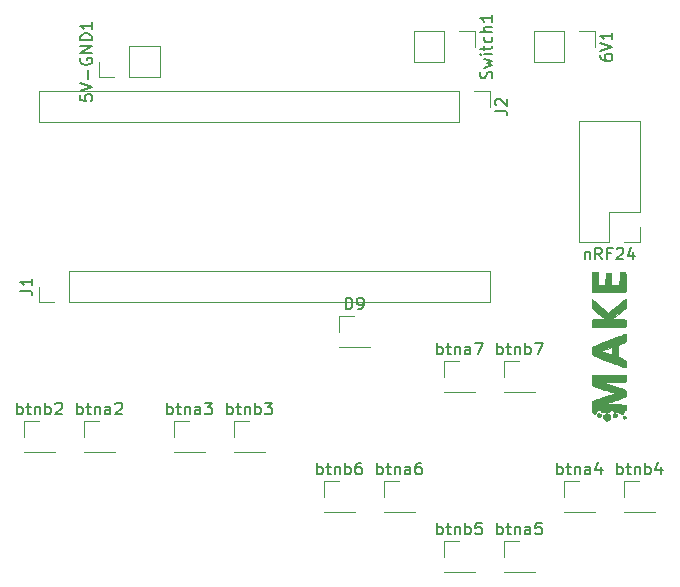
<source format=gbr>
G04 #@! TF.FileFunction,Legend,Top*
%FSLAX46Y46*%
G04 Gerber Fmt 4.6, Leading zero omitted, Abs format (unit mm)*
G04 Created by KiCad (PCBNEW 4.0.7) date 02/27/18 11:15:34*
%MOMM*%
%LPD*%
G01*
G04 APERTURE LIST*
%ADD10C,0.100000*%
%ADD11C,0.120000*%
%ADD12C,0.010000*%
%ADD13C,0.150000*%
G04 APERTURE END LIST*
D10*
D11*
X201870000Y-54550000D02*
X201870000Y-57210000D01*
X204470000Y-54550000D02*
X201870000Y-54550000D01*
X204470000Y-57210000D02*
X201870000Y-57210000D01*
X204470000Y-54550000D02*
X204470000Y-57210000D01*
X205740000Y-54550000D02*
X207070000Y-54550000D01*
X207070000Y-54550000D02*
X207070000Y-55880000D01*
X198180000Y-77530000D02*
X198180000Y-74870000D01*
X162560000Y-77530000D02*
X198180000Y-77530000D01*
X162560000Y-74870000D02*
X198180000Y-74870000D01*
X162560000Y-77530000D02*
X162560000Y-74870000D01*
X161290000Y-77530000D02*
X159960000Y-77530000D01*
X159960000Y-77530000D02*
X159960000Y-76200000D01*
X159960000Y-59630000D02*
X159960000Y-62290000D01*
X195580000Y-59630000D02*
X159960000Y-59630000D01*
X195580000Y-62290000D02*
X159960000Y-62290000D01*
X195580000Y-59630000D02*
X195580000Y-62290000D01*
X196850000Y-59630000D02*
X198180000Y-59630000D01*
X198180000Y-59630000D02*
X198180000Y-60960000D01*
X210880000Y-62170000D02*
X205680000Y-62170000D01*
X210880000Y-69850000D02*
X210880000Y-62170000D01*
X205680000Y-72450000D02*
X205680000Y-62170000D01*
X210880000Y-69850000D02*
X208280000Y-69850000D01*
X208280000Y-69850000D02*
X208280000Y-72450000D01*
X208280000Y-72450000D02*
X205680000Y-72450000D01*
X210880000Y-71120000D02*
X210880000Y-72450000D01*
X210880000Y-72450000D02*
X209550000Y-72450000D01*
X191710000Y-54550000D02*
X191710000Y-57210000D01*
X194310000Y-54550000D02*
X191710000Y-54550000D01*
X194310000Y-57210000D02*
X191710000Y-57210000D01*
X194310000Y-54550000D02*
X194310000Y-57210000D01*
X195580000Y-54550000D02*
X196910000Y-54550000D01*
X196910000Y-54550000D02*
X196910000Y-55880000D01*
X185360000Y-81340000D02*
X188020000Y-81340000D01*
X185360000Y-81280000D02*
X185360000Y-81340000D01*
X188020000Y-81280000D02*
X188020000Y-81340000D01*
X185360000Y-81280000D02*
X188020000Y-81280000D01*
X185360000Y-80010000D02*
X185360000Y-78680000D01*
X185360000Y-78680000D02*
X186690000Y-78680000D01*
X170240000Y-58480000D02*
X170240000Y-55820000D01*
X167640000Y-58480000D02*
X170240000Y-58480000D01*
X167640000Y-55820000D02*
X170240000Y-55820000D01*
X167640000Y-58480000D02*
X167640000Y-55820000D01*
X166370000Y-58480000D02*
X165040000Y-58480000D01*
X165040000Y-58480000D02*
X165040000Y-57150000D01*
X163770000Y-90230000D02*
X166430000Y-90230000D01*
X163770000Y-90170000D02*
X163770000Y-90230000D01*
X166430000Y-90170000D02*
X166430000Y-90230000D01*
X163770000Y-90170000D02*
X166430000Y-90170000D01*
X163770000Y-88900000D02*
X163770000Y-87570000D01*
X163770000Y-87570000D02*
X165100000Y-87570000D01*
X171390000Y-90230000D02*
X174050000Y-90230000D01*
X171390000Y-90170000D02*
X171390000Y-90230000D01*
X174050000Y-90170000D02*
X174050000Y-90230000D01*
X171390000Y-90170000D02*
X174050000Y-90170000D01*
X171390000Y-88900000D02*
X171390000Y-87570000D01*
X171390000Y-87570000D02*
X172720000Y-87570000D01*
X204410000Y-95310000D02*
X207070000Y-95310000D01*
X204410000Y-95250000D02*
X204410000Y-95310000D01*
X207070000Y-95250000D02*
X207070000Y-95310000D01*
X204410000Y-95250000D02*
X207070000Y-95250000D01*
X204410000Y-93980000D02*
X204410000Y-92650000D01*
X204410000Y-92650000D02*
X205740000Y-92650000D01*
X199330000Y-100390000D02*
X201990000Y-100390000D01*
X199330000Y-100330000D02*
X199330000Y-100390000D01*
X201990000Y-100330000D02*
X201990000Y-100390000D01*
X199330000Y-100330000D02*
X201990000Y-100330000D01*
X199330000Y-99060000D02*
X199330000Y-97730000D01*
X199330000Y-97730000D02*
X200660000Y-97730000D01*
X189170000Y-95310000D02*
X191830000Y-95310000D01*
X189170000Y-95250000D02*
X189170000Y-95310000D01*
X191830000Y-95250000D02*
X191830000Y-95310000D01*
X189170000Y-95250000D02*
X191830000Y-95250000D01*
X189170000Y-93980000D02*
X189170000Y-92650000D01*
X189170000Y-92650000D02*
X190500000Y-92650000D01*
X194250000Y-85150000D02*
X196910000Y-85150000D01*
X194250000Y-85090000D02*
X194250000Y-85150000D01*
X196910000Y-85090000D02*
X196910000Y-85150000D01*
X194250000Y-85090000D02*
X196910000Y-85090000D01*
X194250000Y-83820000D02*
X194250000Y-82490000D01*
X194250000Y-82490000D02*
X195580000Y-82490000D01*
X158690000Y-90230000D02*
X161350000Y-90230000D01*
X158690000Y-90170000D02*
X158690000Y-90230000D01*
X161350000Y-90170000D02*
X161350000Y-90230000D01*
X158690000Y-90170000D02*
X161350000Y-90170000D01*
X158690000Y-88900000D02*
X158690000Y-87570000D01*
X158690000Y-87570000D02*
X160020000Y-87570000D01*
X176470000Y-90230000D02*
X179130000Y-90230000D01*
X176470000Y-90170000D02*
X176470000Y-90230000D01*
X179130000Y-90170000D02*
X179130000Y-90230000D01*
X176470000Y-90170000D02*
X179130000Y-90170000D01*
X176470000Y-88900000D02*
X176470000Y-87570000D01*
X176470000Y-87570000D02*
X177800000Y-87570000D01*
X209490000Y-95310000D02*
X212150000Y-95310000D01*
X209490000Y-95250000D02*
X209490000Y-95310000D01*
X212150000Y-95250000D02*
X212150000Y-95310000D01*
X209490000Y-95250000D02*
X212150000Y-95250000D01*
X209490000Y-93980000D02*
X209490000Y-92650000D01*
X209490000Y-92650000D02*
X210820000Y-92650000D01*
X194250000Y-100390000D02*
X196910000Y-100390000D01*
X194250000Y-100330000D02*
X194250000Y-100390000D01*
X196910000Y-100330000D02*
X196910000Y-100390000D01*
X194250000Y-100330000D02*
X196910000Y-100330000D01*
X194250000Y-99060000D02*
X194250000Y-97730000D01*
X194250000Y-97730000D02*
X195580000Y-97730000D01*
X184090000Y-95310000D02*
X186750000Y-95310000D01*
X184090000Y-95250000D02*
X184090000Y-95310000D01*
X186750000Y-95250000D02*
X186750000Y-95310000D01*
X184090000Y-95250000D02*
X186750000Y-95250000D01*
X184090000Y-93980000D02*
X184090000Y-92650000D01*
X184090000Y-92650000D02*
X185420000Y-92650000D01*
X199330000Y-85150000D02*
X201990000Y-85150000D01*
X199330000Y-85090000D02*
X199330000Y-85150000D01*
X201990000Y-85090000D02*
X201990000Y-85150000D01*
X199330000Y-85090000D02*
X201990000Y-85090000D01*
X199330000Y-83820000D02*
X199330000Y-82490000D01*
X199330000Y-82490000D02*
X200660000Y-82490000D01*
D12*
G36*
X209415512Y-87217806D02*
X209418838Y-87209891D01*
X209469480Y-87149590D01*
X209539772Y-87132006D01*
X209614743Y-87158580D01*
X209665843Y-87217158D01*
X209672624Y-87287668D01*
X209634205Y-87355699D01*
X209627223Y-87362374D01*
X209561899Y-87394254D01*
X209495427Y-87386489D01*
X209440446Y-87348327D01*
X209409595Y-87289017D01*
X209415512Y-87217806D01*
X209415512Y-87217806D01*
G37*
X209415512Y-87217806D02*
X209418838Y-87209891D01*
X209469480Y-87149590D01*
X209539772Y-87132006D01*
X209614743Y-87158580D01*
X209665843Y-87217158D01*
X209672624Y-87287668D01*
X209634205Y-87355699D01*
X209627223Y-87362374D01*
X209561899Y-87394254D01*
X209495427Y-87386489D01*
X209440446Y-87348327D01*
X209409595Y-87289017D01*
X209415512Y-87217806D01*
G36*
X206834175Y-86096616D02*
X206837709Y-85985576D01*
X206843241Y-85904402D01*
X206850846Y-85863088D01*
X206851638Y-85861659D01*
X206879255Y-85848044D01*
X206950118Y-85821268D01*
X207058921Y-85783113D01*
X207200359Y-85735365D01*
X207369126Y-85679806D01*
X207559915Y-85618221D01*
X207767422Y-85552394D01*
X207829372Y-85532951D01*
X208038883Y-85466792D01*
X208231648Y-85404826D01*
X208402634Y-85348755D01*
X208546806Y-85300279D01*
X208659132Y-85261100D01*
X208734579Y-85232916D01*
X208768112Y-85217430D01*
X208769172Y-85215437D01*
X208741345Y-85204223D01*
X208670430Y-85179756D01*
X208561869Y-85143801D01*
X208421104Y-85098122D01*
X208253575Y-85044483D01*
X208064725Y-84984648D01*
X207859996Y-84920382D01*
X207835500Y-84912730D01*
X207627996Y-84847699D01*
X207434624Y-84786612D01*
X207261028Y-84731289D01*
X207112850Y-84683549D01*
X206995737Y-84645212D01*
X206915330Y-84618097D01*
X206877276Y-84604024D01*
X206876081Y-84603438D01*
X206860101Y-84591015D01*
X206848616Y-84568466D01*
X206841065Y-84528629D01*
X206836885Y-84464337D01*
X206835517Y-84368429D01*
X206836398Y-84233738D01*
X206837981Y-84117253D01*
X206844900Y-83654900D01*
X208240265Y-83648331D01*
X208554894Y-83647079D01*
X208822097Y-83646558D01*
X209045242Y-83646830D01*
X209227697Y-83647954D01*
X209372833Y-83649991D01*
X209484016Y-83653001D01*
X209564617Y-83657046D01*
X209618005Y-83662185D01*
X209647547Y-83668479D01*
X209655926Y-83673731D01*
X209665500Y-83714224D01*
X209671949Y-83791062D01*
X209675263Y-83889903D01*
X209675434Y-83996403D01*
X209672454Y-84096219D01*
X209666314Y-84175008D01*
X209657006Y-84218425D01*
X209656249Y-84219748D01*
X209638537Y-84228271D01*
X209594703Y-84235461D01*
X209521104Y-84241453D01*
X209414094Y-84246387D01*
X209270029Y-84250400D01*
X209085264Y-84253629D01*
X208856154Y-84256211D01*
X208646988Y-84257848D01*
X207657700Y-84264500D01*
X208641433Y-84589056D01*
X208906450Y-84677067D01*
X209125880Y-84751269D01*
X209302700Y-84812760D01*
X209439884Y-84862642D01*
X209540411Y-84902012D01*
X209607255Y-84931971D01*
X209643394Y-84953617D01*
X209651083Y-84962036D01*
X209665243Y-85015147D01*
X209673821Y-85101077D01*
X209676978Y-85205034D01*
X209674873Y-85312227D01*
X209667668Y-85407867D01*
X209655521Y-85477161D01*
X209645250Y-85500826D01*
X209614785Y-85517066D01*
X209541228Y-85546754D01*
X209429917Y-85588010D01*
X209286191Y-85638950D01*
X209115390Y-85697694D01*
X208922852Y-85762362D01*
X208713917Y-85831070D01*
X208640360Y-85854931D01*
X207667220Y-86169500D01*
X208638125Y-86176156D01*
X208923876Y-86178763D01*
X209160092Y-86182348D01*
X209348030Y-86186957D01*
X209488947Y-86192632D01*
X209584100Y-86199416D01*
X209634746Y-86207355D01*
X209643015Y-86211016D01*
X209663441Y-86253746D01*
X209674547Y-86341860D01*
X209677000Y-86439311D01*
X209675739Y-86540064D01*
X209670376Y-86600184D01*
X209658536Y-86629808D01*
X209637844Y-86639074D01*
X209630136Y-86639400D01*
X209567847Y-86662246D01*
X209520387Y-86720765D01*
X209499395Y-86799932D01*
X209499200Y-86808423D01*
X209477192Y-86889155D01*
X209421201Y-86955592D01*
X209346274Y-86992148D01*
X209319064Y-86995000D01*
X209243578Y-86978495D01*
X209180230Y-86937161D01*
X209145788Y-86883274D01*
X209143600Y-86866560D01*
X209139595Y-86843525D01*
X209121299Y-86829015D01*
X209079288Y-86821086D01*
X209004138Y-86817798D01*
X208904066Y-86817200D01*
X208792321Y-86816458D01*
X208721526Y-86812784D01*
X208681836Y-86804008D01*
X208663408Y-86787959D01*
X208656416Y-86762599D01*
X208631131Y-86710094D01*
X208581098Y-86658043D01*
X208578501Y-86656078D01*
X208497547Y-86621928D01*
X208417380Y-86636757D01*
X208343374Y-86698950D01*
X208318261Y-86734227D01*
X208267300Y-86815244D01*
X207930750Y-86816222D01*
X207792328Y-86815860D01*
X207697101Y-86813252D01*
X207637479Y-86807537D01*
X207605875Y-86797851D01*
X207594702Y-86783331D01*
X207594199Y-86777946D01*
X207572560Y-86721819D01*
X207519054Y-86666443D01*
X207450805Y-86626024D01*
X207396582Y-86614000D01*
X207314390Y-86638252D01*
X207244198Y-86707198D01*
X207191718Y-86815121D01*
X207189824Y-86820926D01*
X207143680Y-86899428D01*
X207074232Y-86946032D01*
X206994964Y-86958701D01*
X206919358Y-86935398D01*
X206860897Y-86874086D01*
X206859144Y-86870886D01*
X206850771Y-86830540D01*
X206843877Y-86750120D01*
X206838535Y-86639618D01*
X206834819Y-86509025D01*
X206832805Y-86368332D01*
X206832565Y-86227532D01*
X206834175Y-86096616D01*
X206834175Y-86096616D01*
G37*
X206834175Y-86096616D02*
X206837709Y-85985576D01*
X206843241Y-85904402D01*
X206850846Y-85863088D01*
X206851638Y-85861659D01*
X206879255Y-85848044D01*
X206950118Y-85821268D01*
X207058921Y-85783113D01*
X207200359Y-85735365D01*
X207369126Y-85679806D01*
X207559915Y-85618221D01*
X207767422Y-85552394D01*
X207829372Y-85532951D01*
X208038883Y-85466792D01*
X208231648Y-85404826D01*
X208402634Y-85348755D01*
X208546806Y-85300279D01*
X208659132Y-85261100D01*
X208734579Y-85232916D01*
X208768112Y-85217430D01*
X208769172Y-85215437D01*
X208741345Y-85204223D01*
X208670430Y-85179756D01*
X208561869Y-85143801D01*
X208421104Y-85098122D01*
X208253575Y-85044483D01*
X208064725Y-84984648D01*
X207859996Y-84920382D01*
X207835500Y-84912730D01*
X207627996Y-84847699D01*
X207434624Y-84786612D01*
X207261028Y-84731289D01*
X207112850Y-84683549D01*
X206995737Y-84645212D01*
X206915330Y-84618097D01*
X206877276Y-84604024D01*
X206876081Y-84603438D01*
X206860101Y-84591015D01*
X206848616Y-84568466D01*
X206841065Y-84528629D01*
X206836885Y-84464337D01*
X206835517Y-84368429D01*
X206836398Y-84233738D01*
X206837981Y-84117253D01*
X206844900Y-83654900D01*
X208240265Y-83648331D01*
X208554894Y-83647079D01*
X208822097Y-83646558D01*
X209045242Y-83646830D01*
X209227697Y-83647954D01*
X209372833Y-83649991D01*
X209484016Y-83653001D01*
X209564617Y-83657046D01*
X209618005Y-83662185D01*
X209647547Y-83668479D01*
X209655926Y-83673731D01*
X209665500Y-83714224D01*
X209671949Y-83791062D01*
X209675263Y-83889903D01*
X209675434Y-83996403D01*
X209672454Y-84096219D01*
X209666314Y-84175008D01*
X209657006Y-84218425D01*
X209656249Y-84219748D01*
X209638537Y-84228271D01*
X209594703Y-84235461D01*
X209521104Y-84241453D01*
X209414094Y-84246387D01*
X209270029Y-84250400D01*
X209085264Y-84253629D01*
X208856154Y-84256211D01*
X208646988Y-84257848D01*
X207657700Y-84264500D01*
X208641433Y-84589056D01*
X208906450Y-84677067D01*
X209125880Y-84751269D01*
X209302700Y-84812760D01*
X209439884Y-84862642D01*
X209540411Y-84902012D01*
X209607255Y-84931971D01*
X209643394Y-84953617D01*
X209651083Y-84962036D01*
X209665243Y-85015147D01*
X209673821Y-85101077D01*
X209676978Y-85205034D01*
X209674873Y-85312227D01*
X209667668Y-85407867D01*
X209655521Y-85477161D01*
X209645250Y-85500826D01*
X209614785Y-85517066D01*
X209541228Y-85546754D01*
X209429917Y-85588010D01*
X209286191Y-85638950D01*
X209115390Y-85697694D01*
X208922852Y-85762362D01*
X208713917Y-85831070D01*
X208640360Y-85854931D01*
X207667220Y-86169500D01*
X208638125Y-86176156D01*
X208923876Y-86178763D01*
X209160092Y-86182348D01*
X209348030Y-86186957D01*
X209488947Y-86192632D01*
X209584100Y-86199416D01*
X209634746Y-86207355D01*
X209643015Y-86211016D01*
X209663441Y-86253746D01*
X209674547Y-86341860D01*
X209677000Y-86439311D01*
X209675739Y-86540064D01*
X209670376Y-86600184D01*
X209658536Y-86629808D01*
X209637844Y-86639074D01*
X209630136Y-86639400D01*
X209567847Y-86662246D01*
X209520387Y-86720765D01*
X209499395Y-86799932D01*
X209499200Y-86808423D01*
X209477192Y-86889155D01*
X209421201Y-86955592D01*
X209346274Y-86992148D01*
X209319064Y-86995000D01*
X209243578Y-86978495D01*
X209180230Y-86937161D01*
X209145788Y-86883274D01*
X209143600Y-86866560D01*
X209139595Y-86843525D01*
X209121299Y-86829015D01*
X209079288Y-86821086D01*
X209004138Y-86817798D01*
X208904066Y-86817200D01*
X208792321Y-86816458D01*
X208721526Y-86812784D01*
X208681836Y-86804008D01*
X208663408Y-86787959D01*
X208656416Y-86762599D01*
X208631131Y-86710094D01*
X208581098Y-86658043D01*
X208578501Y-86656078D01*
X208497547Y-86621928D01*
X208417380Y-86636757D01*
X208343374Y-86698950D01*
X208318261Y-86734227D01*
X208267300Y-86815244D01*
X207930750Y-86816222D01*
X207792328Y-86815860D01*
X207697101Y-86813252D01*
X207637479Y-86807537D01*
X207605875Y-86797851D01*
X207594702Y-86783331D01*
X207594199Y-86777946D01*
X207572560Y-86721819D01*
X207519054Y-86666443D01*
X207450805Y-86626024D01*
X207396582Y-86614000D01*
X207314390Y-86638252D01*
X207244198Y-86707198D01*
X207191718Y-86815121D01*
X207189824Y-86820926D01*
X207143680Y-86899428D01*
X207074232Y-86946032D01*
X206994964Y-86958701D01*
X206919358Y-86935398D01*
X206860897Y-86874086D01*
X206859144Y-86870886D01*
X206850771Y-86830540D01*
X206843877Y-86750120D01*
X206838535Y-86639618D01*
X206834819Y-86509025D01*
X206832805Y-86368332D01*
X206832565Y-86227532D01*
X206834175Y-86096616D01*
G36*
X206832663Y-81548933D02*
X206837619Y-81441152D01*
X206845783Y-81353777D01*
X206857071Y-81298654D01*
X206863949Y-81286818D01*
X206895619Y-81271099D01*
X206968829Y-81239642D01*
X207078504Y-81194418D01*
X207219567Y-81137397D01*
X207386945Y-81070551D01*
X207575562Y-80995849D01*
X207780342Y-80915262D01*
X207996210Y-80830762D01*
X208218092Y-80744318D01*
X208440911Y-80657902D01*
X208659592Y-80573483D01*
X208869061Y-80493033D01*
X209064242Y-80418522D01*
X209240060Y-80351921D01*
X209391438Y-80295200D01*
X209513303Y-80250330D01*
X209600579Y-80219282D01*
X209648191Y-80204027D01*
X209655500Y-80202911D01*
X209663893Y-80232075D01*
X209670752Y-80301556D01*
X209675360Y-80400878D01*
X209677000Y-80516686D01*
X209675801Y-80650771D01*
X209671385Y-80743831D01*
X209662517Y-80805602D01*
X209647965Y-80845820D01*
X209632550Y-80867731D01*
X209591298Y-80896504D01*
X209513596Y-80935698D01*
X209411227Y-80979794D01*
X209314763Y-81016595D01*
X209041426Y-81114900D01*
X209048063Y-81647297D01*
X209054700Y-82179693D01*
X209330899Y-82283804D01*
X209443932Y-82329298D01*
X209541114Y-82373767D01*
X209611319Y-82411779D01*
X209642049Y-82435712D01*
X209658070Y-82481566D01*
X209669598Y-82560948D01*
X209676570Y-82661454D01*
X209678926Y-82770680D01*
X209676604Y-82876225D01*
X209669543Y-82965683D01*
X209657682Y-83026652D01*
X209645066Y-83046449D01*
X209617948Y-83039187D01*
X209548619Y-83015397D01*
X209442186Y-82977035D01*
X209303756Y-82926058D01*
X209138436Y-82864420D01*
X208951332Y-82794078D01*
X208747551Y-82716989D01*
X208532202Y-82635108D01*
X208489550Y-82618818D01*
X208489550Y-81965999D01*
X208496650Y-81942099D01*
X208502548Y-81876860D01*
X208506698Y-81779739D01*
X208508552Y-81660192D01*
X208508600Y-81636921D01*
X208508600Y-81308041D01*
X208073623Y-81459636D01*
X207931981Y-81509401D01*
X207805608Y-81554554D01*
X207702903Y-81592036D01*
X207632268Y-81618783D01*
X207603061Y-81631146D01*
X207612122Y-81646600D01*
X207668239Y-81675665D01*
X207769727Y-81717622D01*
X207914905Y-81771754D01*
X208018987Y-81808629D01*
X208161723Y-81858093D01*
X208287942Y-81901173D01*
X208389835Y-81935258D01*
X208459595Y-81957736D01*
X208489411Y-81965996D01*
X208489550Y-81965999D01*
X208489550Y-82618818D01*
X208310389Y-82550390D01*
X208087221Y-82464793D01*
X207867804Y-82380271D01*
X207657245Y-82298782D01*
X207460652Y-82222281D01*
X207283130Y-82152724D01*
X207129787Y-82092066D01*
X207005730Y-82042265D01*
X206916066Y-82005275D01*
X206865901Y-81983054D01*
X206858989Y-81979359D01*
X206846628Y-81947222D01*
X206837899Y-81876265D01*
X206832719Y-81778335D01*
X206831002Y-81665276D01*
X206832663Y-81548933D01*
X206832663Y-81548933D01*
G37*
X206832663Y-81548933D02*
X206837619Y-81441152D01*
X206845783Y-81353777D01*
X206857071Y-81298654D01*
X206863949Y-81286818D01*
X206895619Y-81271099D01*
X206968829Y-81239642D01*
X207078504Y-81194418D01*
X207219567Y-81137397D01*
X207386945Y-81070551D01*
X207575562Y-80995849D01*
X207780342Y-80915262D01*
X207996210Y-80830762D01*
X208218092Y-80744318D01*
X208440911Y-80657902D01*
X208659592Y-80573483D01*
X208869061Y-80493033D01*
X209064242Y-80418522D01*
X209240060Y-80351921D01*
X209391438Y-80295200D01*
X209513303Y-80250330D01*
X209600579Y-80219282D01*
X209648191Y-80204027D01*
X209655500Y-80202911D01*
X209663893Y-80232075D01*
X209670752Y-80301556D01*
X209675360Y-80400878D01*
X209677000Y-80516686D01*
X209675801Y-80650771D01*
X209671385Y-80743831D01*
X209662517Y-80805602D01*
X209647965Y-80845820D01*
X209632550Y-80867731D01*
X209591298Y-80896504D01*
X209513596Y-80935698D01*
X209411227Y-80979794D01*
X209314763Y-81016595D01*
X209041426Y-81114900D01*
X209048063Y-81647297D01*
X209054700Y-82179693D01*
X209330899Y-82283804D01*
X209443932Y-82329298D01*
X209541114Y-82373767D01*
X209611319Y-82411779D01*
X209642049Y-82435712D01*
X209658070Y-82481566D01*
X209669598Y-82560948D01*
X209676570Y-82661454D01*
X209678926Y-82770680D01*
X209676604Y-82876225D01*
X209669543Y-82965683D01*
X209657682Y-83026652D01*
X209645066Y-83046449D01*
X209617948Y-83039187D01*
X209548619Y-83015397D01*
X209442186Y-82977035D01*
X209303756Y-82926058D01*
X209138436Y-82864420D01*
X208951332Y-82794078D01*
X208747551Y-82716989D01*
X208532202Y-82635108D01*
X208489550Y-82618818D01*
X208489550Y-81965999D01*
X208496650Y-81942099D01*
X208502548Y-81876860D01*
X208506698Y-81779739D01*
X208508552Y-81660192D01*
X208508600Y-81636921D01*
X208508600Y-81308041D01*
X208073623Y-81459636D01*
X207931981Y-81509401D01*
X207805608Y-81554554D01*
X207702903Y-81592036D01*
X207632268Y-81618783D01*
X207603061Y-81631146D01*
X207612122Y-81646600D01*
X207668239Y-81675665D01*
X207769727Y-81717622D01*
X207914905Y-81771754D01*
X208018987Y-81808629D01*
X208161723Y-81858093D01*
X208287942Y-81901173D01*
X208389835Y-81935258D01*
X208459595Y-81957736D01*
X208489411Y-81965996D01*
X208489550Y-81965999D01*
X208489550Y-82618818D01*
X208310389Y-82550390D01*
X208087221Y-82464793D01*
X207867804Y-82380271D01*
X207657245Y-82298782D01*
X207460652Y-82222281D01*
X207283130Y-82152724D01*
X207129787Y-82092066D01*
X207005730Y-82042265D01*
X206916066Y-82005275D01*
X206865901Y-81983054D01*
X206858989Y-81979359D01*
X206846628Y-81947222D01*
X206837899Y-81876265D01*
X206832719Y-81778335D01*
X206831002Y-81665276D01*
X206832663Y-81548933D01*
G36*
X206832701Y-79178379D02*
X206834065Y-79081235D01*
X206836085Y-79014733D01*
X206838550Y-78988954D01*
X206864658Y-78986810D01*
X206933993Y-78983697D01*
X207038996Y-78979884D01*
X207172107Y-78975639D01*
X207325769Y-78971230D01*
X207375143Y-78969904D01*
X207905386Y-78955900D01*
X207384427Y-78518317D01*
X207245250Y-78400415D01*
X207118923Y-78291491D01*
X207010729Y-78196253D01*
X206925947Y-78119409D01*
X206869857Y-78065664D01*
X206847834Y-78039989D01*
X206840963Y-77998030D01*
X206836153Y-77920653D01*
X206833322Y-77818631D01*
X206832390Y-77702736D01*
X206833278Y-77583740D01*
X206835903Y-77472416D01*
X206840187Y-77379537D01*
X206846048Y-77315874D01*
X206853406Y-77292201D01*
X206853420Y-77292200D01*
X206876951Y-77308321D01*
X206934033Y-77354089D01*
X207020062Y-77425616D01*
X207130432Y-77519013D01*
X207260538Y-77630392D01*
X207405775Y-77755863D01*
X207515130Y-77851000D01*
X207668131Y-77984024D01*
X207809084Y-78105685D01*
X207933414Y-78212105D01*
X208036547Y-78299402D01*
X208113906Y-78363696D01*
X208160915Y-78401108D01*
X208173360Y-78409223D01*
X208196458Y-78393611D01*
X208254394Y-78349431D01*
X208342669Y-78280255D01*
X208456782Y-78189657D01*
X208592232Y-78081209D01*
X208744521Y-77958484D01*
X208909146Y-77825056D01*
X208910003Y-77824360D01*
X209074751Y-77691371D01*
X209227511Y-77569808D01*
X209363752Y-77463142D01*
X209478941Y-77374846D01*
X209568549Y-77308393D01*
X209628046Y-77267256D01*
X209652899Y-77254906D01*
X209652953Y-77254937D01*
X209661634Y-77284452D01*
X209668902Y-77355400D01*
X209674157Y-77458418D01*
X209676802Y-77584146D01*
X209677000Y-77630948D01*
X209675754Y-77784979D01*
X209671523Y-77896260D01*
X209663563Y-77972790D01*
X209651133Y-78022571D01*
X209638350Y-78047277D01*
X209608518Y-78077019D01*
X209543962Y-78132949D01*
X209450348Y-78210443D01*
X209333341Y-78304877D01*
X209198608Y-78411628D01*
X209051815Y-78526074D01*
X209047800Y-78529178D01*
X208495900Y-78955900D01*
X209052708Y-78962758D01*
X209260225Y-78966618D01*
X209425527Y-78972497D01*
X209546312Y-78980257D01*
X209620278Y-78989764D01*
X209643258Y-78997618D01*
X209659959Y-79029741D01*
X209670674Y-79096959D01*
X209676055Y-79205121D01*
X209677000Y-79301017D01*
X209676121Y-79424047D01*
X209672433Y-79505989D01*
X209664357Y-79556539D01*
X209650313Y-79585393D01*
X209628722Y-79602247D01*
X209627869Y-79602707D01*
X209594317Y-79607406D01*
X209515767Y-79611728D01*
X209398021Y-79615649D01*
X209246881Y-79619147D01*
X209068149Y-79622198D01*
X208867625Y-79624779D01*
X208651111Y-79626869D01*
X208424409Y-79628443D01*
X208193320Y-79629478D01*
X207963646Y-79629953D01*
X207741188Y-79629844D01*
X207531748Y-79629128D01*
X207341127Y-79627783D01*
X207175126Y-79625785D01*
X207039548Y-79623111D01*
X206940193Y-79619739D01*
X206882864Y-79615645D01*
X206872377Y-79613583D01*
X206854905Y-79599179D01*
X206843213Y-79566281D01*
X206836241Y-79506516D01*
X206832929Y-79411510D01*
X206832200Y-79296083D01*
X206832701Y-79178379D01*
X206832701Y-79178379D01*
G37*
X206832701Y-79178379D02*
X206834065Y-79081235D01*
X206836085Y-79014733D01*
X206838550Y-78988954D01*
X206864658Y-78986810D01*
X206933993Y-78983697D01*
X207038996Y-78979884D01*
X207172107Y-78975639D01*
X207325769Y-78971230D01*
X207375143Y-78969904D01*
X207905386Y-78955900D01*
X207384427Y-78518317D01*
X207245250Y-78400415D01*
X207118923Y-78291491D01*
X207010729Y-78196253D01*
X206925947Y-78119409D01*
X206869857Y-78065664D01*
X206847834Y-78039989D01*
X206840963Y-77998030D01*
X206836153Y-77920653D01*
X206833322Y-77818631D01*
X206832390Y-77702736D01*
X206833278Y-77583740D01*
X206835903Y-77472416D01*
X206840187Y-77379537D01*
X206846048Y-77315874D01*
X206853406Y-77292201D01*
X206853420Y-77292200D01*
X206876951Y-77308321D01*
X206934033Y-77354089D01*
X207020062Y-77425616D01*
X207130432Y-77519013D01*
X207260538Y-77630392D01*
X207405775Y-77755863D01*
X207515130Y-77851000D01*
X207668131Y-77984024D01*
X207809084Y-78105685D01*
X207933414Y-78212105D01*
X208036547Y-78299402D01*
X208113906Y-78363696D01*
X208160915Y-78401108D01*
X208173360Y-78409223D01*
X208196458Y-78393611D01*
X208254394Y-78349431D01*
X208342669Y-78280255D01*
X208456782Y-78189657D01*
X208592232Y-78081209D01*
X208744521Y-77958484D01*
X208909146Y-77825056D01*
X208910003Y-77824360D01*
X209074751Y-77691371D01*
X209227511Y-77569808D01*
X209363752Y-77463142D01*
X209478941Y-77374846D01*
X209568549Y-77308393D01*
X209628046Y-77267256D01*
X209652899Y-77254906D01*
X209652953Y-77254937D01*
X209661634Y-77284452D01*
X209668902Y-77355400D01*
X209674157Y-77458418D01*
X209676802Y-77584146D01*
X209677000Y-77630948D01*
X209675754Y-77784979D01*
X209671523Y-77896260D01*
X209663563Y-77972790D01*
X209651133Y-78022571D01*
X209638350Y-78047277D01*
X209608518Y-78077019D01*
X209543962Y-78132949D01*
X209450348Y-78210443D01*
X209333341Y-78304877D01*
X209198608Y-78411628D01*
X209051815Y-78526074D01*
X209047800Y-78529178D01*
X208495900Y-78955900D01*
X209052708Y-78962758D01*
X209260225Y-78966618D01*
X209425527Y-78972497D01*
X209546312Y-78980257D01*
X209620278Y-78989764D01*
X209643258Y-78997618D01*
X209659959Y-79029741D01*
X209670674Y-79096959D01*
X209676055Y-79205121D01*
X209677000Y-79301017D01*
X209676121Y-79424047D01*
X209672433Y-79505989D01*
X209664357Y-79556539D01*
X209650313Y-79585393D01*
X209628722Y-79602247D01*
X209627869Y-79602707D01*
X209594317Y-79607406D01*
X209515767Y-79611728D01*
X209398021Y-79615649D01*
X209246881Y-79619147D01*
X209068149Y-79622198D01*
X208867625Y-79624779D01*
X208651111Y-79626869D01*
X208424409Y-79628443D01*
X208193320Y-79629478D01*
X207963646Y-79629953D01*
X207741188Y-79629844D01*
X207531748Y-79629128D01*
X207341127Y-79627783D01*
X207175126Y-79625785D01*
X207039548Y-79623111D01*
X206940193Y-79619739D01*
X206882864Y-79615645D01*
X206872377Y-79613583D01*
X206854905Y-79599179D01*
X206843213Y-79566281D01*
X206836241Y-79506516D01*
X206832929Y-79411510D01*
X206832200Y-79296083D01*
X206832701Y-79178379D01*
G36*
X206837748Y-75249350D02*
X206840564Y-75136144D01*
X206845076Y-75056505D01*
X206851411Y-75006128D01*
X206859697Y-74980707D01*
X206863596Y-74976557D01*
X206906229Y-74965850D01*
X206983046Y-74959225D01*
X207077632Y-74956701D01*
X207173574Y-74958298D01*
X207254460Y-74964038D01*
X207303874Y-74973941D01*
X207307907Y-74976003D01*
X207319671Y-74999861D01*
X207329018Y-75057529D01*
X207336235Y-75153053D01*
X207341607Y-75290481D01*
X207345420Y-75473858D01*
X207346007Y-75515364D01*
X207352900Y-76034900D01*
X207937100Y-76034900D01*
X207962500Y-75069700D01*
X208445100Y-75069700D01*
X208458896Y-76047600D01*
X209142589Y-76047600D01*
X209149444Y-75507850D01*
X209156300Y-74968100D01*
X209381061Y-74960725D01*
X209510725Y-74960283D01*
X209599818Y-74968400D01*
X209641411Y-74982885D01*
X209652100Y-75016584D01*
X209661107Y-75093530D01*
X209668428Y-75206204D01*
X209674058Y-75347084D01*
X209677993Y-75508649D01*
X209680229Y-75683378D01*
X209680761Y-75863750D01*
X209679585Y-76042244D01*
X209676697Y-76211339D01*
X209672092Y-76363515D01*
X209665765Y-76491250D01*
X209657714Y-76587023D01*
X209647932Y-76643314D01*
X209642381Y-76654311D01*
X209617770Y-76661065D01*
X209560093Y-76666631D01*
X209466975Y-76671046D01*
X209336045Y-76674348D01*
X209164929Y-76676573D01*
X208951253Y-76677758D01*
X208692644Y-76677941D01*
X208386730Y-76677159D01*
X208226331Y-76676471D01*
X206844900Y-76669900D01*
X206838196Y-75833418D01*
X206836692Y-75593682D01*
X206836499Y-75400428D01*
X206837748Y-75249350D01*
X206837748Y-75249350D01*
G37*
X206837748Y-75249350D02*
X206840564Y-75136144D01*
X206845076Y-75056505D01*
X206851411Y-75006128D01*
X206859697Y-74980707D01*
X206863596Y-74976557D01*
X206906229Y-74965850D01*
X206983046Y-74959225D01*
X207077632Y-74956701D01*
X207173574Y-74958298D01*
X207254460Y-74964038D01*
X207303874Y-74973941D01*
X207307907Y-74976003D01*
X207319671Y-74999861D01*
X207329018Y-75057529D01*
X207336235Y-75153053D01*
X207341607Y-75290481D01*
X207345420Y-75473858D01*
X207346007Y-75515364D01*
X207352900Y-76034900D01*
X207937100Y-76034900D01*
X207962500Y-75069700D01*
X208445100Y-75069700D01*
X208458896Y-76047600D01*
X209142589Y-76047600D01*
X209149444Y-75507850D01*
X209156300Y-74968100D01*
X209381061Y-74960725D01*
X209510725Y-74960283D01*
X209599818Y-74968400D01*
X209641411Y-74982885D01*
X209652100Y-75016584D01*
X209661107Y-75093530D01*
X209668428Y-75206204D01*
X209674058Y-75347084D01*
X209677993Y-75508649D01*
X209680229Y-75683378D01*
X209680761Y-75863750D01*
X209679585Y-76042244D01*
X209676697Y-76211339D01*
X209672092Y-76363515D01*
X209665765Y-76491250D01*
X209657714Y-76587023D01*
X209647932Y-76643314D01*
X209642381Y-76654311D01*
X209617770Y-76661065D01*
X209560093Y-76666631D01*
X209466975Y-76671046D01*
X209336045Y-76674348D01*
X209164929Y-76676573D01*
X208951253Y-76677758D01*
X208692644Y-76677941D01*
X208386730Y-76677159D01*
X208226331Y-76676471D01*
X206844900Y-76669900D01*
X206838196Y-75833418D01*
X206836692Y-75593682D01*
X206836499Y-75400428D01*
X206837748Y-75249350D01*
G36*
X208570170Y-87017129D02*
X208605850Y-86960837D01*
X208682013Y-86921227D01*
X208764951Y-86921619D01*
X208840717Y-86955887D01*
X208895359Y-87017904D01*
X208915000Y-87096600D01*
X208897776Y-87171181D01*
X208864200Y-87223600D01*
X208788998Y-87265933D01*
X208698977Y-87269254D01*
X208615851Y-87234860D01*
X208573284Y-87177538D01*
X208557800Y-87097910D01*
X208570170Y-87017129D01*
X208570170Y-87017129D01*
G37*
X208570170Y-87017129D02*
X208605850Y-86960837D01*
X208682013Y-86921227D01*
X208764951Y-86921619D01*
X208840717Y-86955887D01*
X208895359Y-87017904D01*
X208915000Y-87096600D01*
X208897776Y-87171181D01*
X208864200Y-87223600D01*
X208788998Y-87265933D01*
X208698977Y-87269254D01*
X208615851Y-87234860D01*
X208573284Y-87177538D01*
X208557800Y-87097910D01*
X208570170Y-87017129D01*
G36*
X207754640Y-87144943D02*
X207786046Y-87082974D01*
X207832959Y-87030560D01*
X207894915Y-86976263D01*
X207953286Y-86950953D01*
X208033578Y-86944248D01*
X208045151Y-86944200D01*
X208136988Y-86951350D01*
X208201895Y-86977641D01*
X208238449Y-87006727D01*
X208319541Y-87107448D01*
X208350723Y-87214908D01*
X208332780Y-87332630D01*
X208319138Y-87367733D01*
X208252379Y-87463204D01*
X208157199Y-87523721D01*
X208045773Y-87544868D01*
X207930276Y-87522228D01*
X207913521Y-87514862D01*
X207818384Y-87444605D01*
X207762864Y-87342751D01*
X207746599Y-87222322D01*
X207754640Y-87144943D01*
X207754640Y-87144943D01*
G37*
X207754640Y-87144943D02*
X207786046Y-87082974D01*
X207832959Y-87030560D01*
X207894915Y-86976263D01*
X207953286Y-86950953D01*
X208033578Y-86944248D01*
X208045151Y-86944200D01*
X208136988Y-86951350D01*
X208201895Y-86977641D01*
X208238449Y-87006727D01*
X208319541Y-87107448D01*
X208350723Y-87214908D01*
X208332780Y-87332630D01*
X208319138Y-87367733D01*
X208252379Y-87463204D01*
X208157199Y-87523721D01*
X208045773Y-87544868D01*
X207930276Y-87522228D01*
X207913521Y-87514862D01*
X207818384Y-87444605D01*
X207762864Y-87342751D01*
X207746599Y-87222322D01*
X207754640Y-87144943D01*
G36*
X207234423Y-87009578D02*
X207289112Y-86951128D01*
X207363794Y-86920813D01*
X207445000Y-86922985D01*
X207519256Y-86961998D01*
X207541556Y-86985726D01*
X207581946Y-87047548D01*
X207589265Y-87099935D01*
X207576180Y-87147400D01*
X207527075Y-87223200D01*
X207457016Y-87264194D01*
X207378382Y-87272278D01*
X207303553Y-87249347D01*
X207244906Y-87197298D01*
X207214820Y-87118025D01*
X207213200Y-87091811D01*
X207234423Y-87009578D01*
X207234423Y-87009578D01*
G37*
X207234423Y-87009578D02*
X207289112Y-86951128D01*
X207363794Y-86920813D01*
X207445000Y-86922985D01*
X207519256Y-86961998D01*
X207541556Y-86985726D01*
X207581946Y-87047548D01*
X207589265Y-87099935D01*
X207576180Y-87147400D01*
X207527075Y-87223200D01*
X207457016Y-87264194D01*
X207378382Y-87272278D01*
X207303553Y-87249347D01*
X207244906Y-87197298D01*
X207214820Y-87118025D01*
X207213200Y-87091811D01*
X207234423Y-87009578D01*
D13*
X207522381Y-56594285D02*
X207522381Y-56784762D01*
X207570000Y-56880000D01*
X207617619Y-56927619D01*
X207760476Y-57022857D01*
X207950952Y-57070476D01*
X208331905Y-57070476D01*
X208427143Y-57022857D01*
X208474762Y-56975238D01*
X208522381Y-56880000D01*
X208522381Y-56689523D01*
X208474762Y-56594285D01*
X208427143Y-56546666D01*
X208331905Y-56499047D01*
X208093810Y-56499047D01*
X207998571Y-56546666D01*
X207950952Y-56594285D01*
X207903333Y-56689523D01*
X207903333Y-56880000D01*
X207950952Y-56975238D01*
X207998571Y-57022857D01*
X208093810Y-57070476D01*
X207522381Y-56213333D02*
X208522381Y-55880000D01*
X207522381Y-55546666D01*
X208522381Y-54689523D02*
X208522381Y-55260952D01*
X208522381Y-54975238D02*
X207522381Y-54975238D01*
X207665238Y-55070476D01*
X207760476Y-55165714D01*
X207808095Y-55260952D01*
X158412381Y-76533333D02*
X159126667Y-76533333D01*
X159269524Y-76580953D01*
X159364762Y-76676191D01*
X159412381Y-76819048D01*
X159412381Y-76914286D01*
X159412381Y-75533333D02*
X159412381Y-76104762D01*
X159412381Y-75819048D02*
X158412381Y-75819048D01*
X158555238Y-75914286D01*
X158650476Y-76009524D01*
X158698095Y-76104762D01*
X198632381Y-61293333D02*
X199346667Y-61293333D01*
X199489524Y-61340953D01*
X199584762Y-61436191D01*
X199632381Y-61579048D01*
X199632381Y-61674286D01*
X198727619Y-60864762D02*
X198680000Y-60817143D01*
X198632381Y-60721905D01*
X198632381Y-60483809D01*
X198680000Y-60388571D01*
X198727619Y-60340952D01*
X198822857Y-60293333D01*
X198918095Y-60293333D01*
X199060952Y-60340952D01*
X199632381Y-60912381D01*
X199632381Y-60293333D01*
X206184762Y-73235714D02*
X206184762Y-73902381D01*
X206184762Y-73330952D02*
X206232381Y-73283333D01*
X206327619Y-73235714D01*
X206470477Y-73235714D01*
X206565715Y-73283333D01*
X206613334Y-73378571D01*
X206613334Y-73902381D01*
X207660953Y-73902381D02*
X207327619Y-73426190D01*
X207089524Y-73902381D02*
X207089524Y-72902381D01*
X207470477Y-72902381D01*
X207565715Y-72950000D01*
X207613334Y-72997619D01*
X207660953Y-73092857D01*
X207660953Y-73235714D01*
X207613334Y-73330952D01*
X207565715Y-73378571D01*
X207470477Y-73426190D01*
X207089524Y-73426190D01*
X208422858Y-73378571D02*
X208089524Y-73378571D01*
X208089524Y-73902381D02*
X208089524Y-72902381D01*
X208565715Y-72902381D01*
X208899048Y-72997619D02*
X208946667Y-72950000D01*
X209041905Y-72902381D01*
X209280001Y-72902381D01*
X209375239Y-72950000D01*
X209422858Y-72997619D01*
X209470477Y-73092857D01*
X209470477Y-73188095D01*
X209422858Y-73330952D01*
X208851429Y-73902381D01*
X209470477Y-73902381D01*
X210327620Y-73235714D02*
X210327620Y-73902381D01*
X210089524Y-72854762D02*
X209851429Y-73569048D01*
X210470477Y-73569048D01*
X198314762Y-58570476D02*
X198362381Y-58427619D01*
X198362381Y-58189523D01*
X198314762Y-58094285D01*
X198267143Y-58046666D01*
X198171905Y-57999047D01*
X198076667Y-57999047D01*
X197981429Y-58046666D01*
X197933810Y-58094285D01*
X197886190Y-58189523D01*
X197838571Y-58380000D01*
X197790952Y-58475238D01*
X197743333Y-58522857D01*
X197648095Y-58570476D01*
X197552857Y-58570476D01*
X197457619Y-58522857D01*
X197410000Y-58475238D01*
X197362381Y-58380000D01*
X197362381Y-58141904D01*
X197410000Y-57999047D01*
X197695714Y-57665714D02*
X198362381Y-57475238D01*
X197886190Y-57284761D01*
X198362381Y-57094285D01*
X197695714Y-56903809D01*
X198362381Y-56522857D02*
X197695714Y-56522857D01*
X197362381Y-56522857D02*
X197410000Y-56570476D01*
X197457619Y-56522857D01*
X197410000Y-56475238D01*
X197362381Y-56522857D01*
X197457619Y-56522857D01*
X197695714Y-56189524D02*
X197695714Y-55808572D01*
X197362381Y-56046667D02*
X198219524Y-56046667D01*
X198314762Y-55999048D01*
X198362381Y-55903810D01*
X198362381Y-55808572D01*
X198314762Y-55046666D02*
X198362381Y-55141904D01*
X198362381Y-55332381D01*
X198314762Y-55427619D01*
X198267143Y-55475238D01*
X198171905Y-55522857D01*
X197886190Y-55522857D01*
X197790952Y-55475238D01*
X197743333Y-55427619D01*
X197695714Y-55332381D01*
X197695714Y-55141904D01*
X197743333Y-55046666D01*
X198362381Y-54618095D02*
X197362381Y-54618095D01*
X198362381Y-54189523D02*
X197838571Y-54189523D01*
X197743333Y-54237142D01*
X197695714Y-54332380D01*
X197695714Y-54475238D01*
X197743333Y-54570476D01*
X197790952Y-54618095D01*
X198362381Y-53189523D02*
X198362381Y-53760952D01*
X198362381Y-53475238D02*
X197362381Y-53475238D01*
X197505238Y-53570476D01*
X197600476Y-53665714D01*
X197648095Y-53760952D01*
X185951905Y-78132381D02*
X185951905Y-77132381D01*
X186190000Y-77132381D01*
X186332858Y-77180000D01*
X186428096Y-77275238D01*
X186475715Y-77370476D01*
X186523334Y-77560952D01*
X186523334Y-77703810D01*
X186475715Y-77894286D01*
X186428096Y-77989524D01*
X186332858Y-78084762D01*
X186190000Y-78132381D01*
X185951905Y-78132381D01*
X186999524Y-78132381D02*
X187190000Y-78132381D01*
X187285239Y-78084762D01*
X187332858Y-78037143D01*
X187428096Y-77894286D01*
X187475715Y-77703810D01*
X187475715Y-77322857D01*
X187428096Y-77227619D01*
X187380477Y-77180000D01*
X187285239Y-77132381D01*
X187094762Y-77132381D01*
X186999524Y-77180000D01*
X186951905Y-77227619D01*
X186904286Y-77322857D01*
X186904286Y-77560952D01*
X186951905Y-77656190D01*
X186999524Y-77703810D01*
X187094762Y-77751429D01*
X187285239Y-77751429D01*
X187380477Y-77703810D01*
X187428096Y-77656190D01*
X187475715Y-77560952D01*
X163492381Y-59959523D02*
X163492381Y-60435714D01*
X163968571Y-60483333D01*
X163920952Y-60435714D01*
X163873333Y-60340476D01*
X163873333Y-60102380D01*
X163920952Y-60007142D01*
X163968571Y-59959523D01*
X164063810Y-59911904D01*
X164301905Y-59911904D01*
X164397143Y-59959523D01*
X164444762Y-60007142D01*
X164492381Y-60102380D01*
X164492381Y-60340476D01*
X164444762Y-60435714D01*
X164397143Y-60483333D01*
X163492381Y-59626190D02*
X164492381Y-59292857D01*
X163492381Y-58959523D01*
X164111429Y-58626190D02*
X164111429Y-57864285D01*
X163540000Y-56864285D02*
X163492381Y-56959523D01*
X163492381Y-57102380D01*
X163540000Y-57245238D01*
X163635238Y-57340476D01*
X163730476Y-57388095D01*
X163920952Y-57435714D01*
X164063810Y-57435714D01*
X164254286Y-57388095D01*
X164349524Y-57340476D01*
X164444762Y-57245238D01*
X164492381Y-57102380D01*
X164492381Y-57007142D01*
X164444762Y-56864285D01*
X164397143Y-56816666D01*
X164063810Y-56816666D01*
X164063810Y-57007142D01*
X164492381Y-56388095D02*
X163492381Y-56388095D01*
X164492381Y-55816666D01*
X163492381Y-55816666D01*
X164492381Y-55340476D02*
X163492381Y-55340476D01*
X163492381Y-55102381D01*
X163540000Y-54959523D01*
X163635238Y-54864285D01*
X163730476Y-54816666D01*
X163920952Y-54769047D01*
X164063810Y-54769047D01*
X164254286Y-54816666D01*
X164349524Y-54864285D01*
X164444762Y-54959523D01*
X164492381Y-55102381D01*
X164492381Y-55340476D01*
X164492381Y-53816666D02*
X164492381Y-54388095D01*
X164492381Y-54102381D02*
X163492381Y-54102381D01*
X163635238Y-54197619D01*
X163730476Y-54292857D01*
X163778095Y-54388095D01*
X163219047Y-87022381D02*
X163219047Y-86022381D01*
X163219047Y-86403333D02*
X163314285Y-86355714D01*
X163504762Y-86355714D01*
X163600000Y-86403333D01*
X163647619Y-86450952D01*
X163695238Y-86546190D01*
X163695238Y-86831905D01*
X163647619Y-86927143D01*
X163600000Y-86974762D01*
X163504762Y-87022381D01*
X163314285Y-87022381D01*
X163219047Y-86974762D01*
X163980952Y-86355714D02*
X164361904Y-86355714D01*
X164123809Y-86022381D02*
X164123809Y-86879524D01*
X164171428Y-86974762D01*
X164266666Y-87022381D01*
X164361904Y-87022381D01*
X164695238Y-86355714D02*
X164695238Y-87022381D01*
X164695238Y-86450952D02*
X164742857Y-86403333D01*
X164838095Y-86355714D01*
X164980953Y-86355714D01*
X165076191Y-86403333D01*
X165123810Y-86498571D01*
X165123810Y-87022381D01*
X166028572Y-87022381D02*
X166028572Y-86498571D01*
X165980953Y-86403333D01*
X165885715Y-86355714D01*
X165695238Y-86355714D01*
X165600000Y-86403333D01*
X166028572Y-86974762D02*
X165933334Y-87022381D01*
X165695238Y-87022381D01*
X165600000Y-86974762D01*
X165552381Y-86879524D01*
X165552381Y-86784286D01*
X165600000Y-86689048D01*
X165695238Y-86641429D01*
X165933334Y-86641429D01*
X166028572Y-86593810D01*
X166457143Y-86117619D02*
X166504762Y-86070000D01*
X166600000Y-86022381D01*
X166838096Y-86022381D01*
X166933334Y-86070000D01*
X166980953Y-86117619D01*
X167028572Y-86212857D01*
X167028572Y-86308095D01*
X166980953Y-86450952D01*
X166409524Y-87022381D01*
X167028572Y-87022381D01*
X170839047Y-87022381D02*
X170839047Y-86022381D01*
X170839047Y-86403333D02*
X170934285Y-86355714D01*
X171124762Y-86355714D01*
X171220000Y-86403333D01*
X171267619Y-86450952D01*
X171315238Y-86546190D01*
X171315238Y-86831905D01*
X171267619Y-86927143D01*
X171220000Y-86974762D01*
X171124762Y-87022381D01*
X170934285Y-87022381D01*
X170839047Y-86974762D01*
X171600952Y-86355714D02*
X171981904Y-86355714D01*
X171743809Y-86022381D02*
X171743809Y-86879524D01*
X171791428Y-86974762D01*
X171886666Y-87022381D01*
X171981904Y-87022381D01*
X172315238Y-86355714D02*
X172315238Y-87022381D01*
X172315238Y-86450952D02*
X172362857Y-86403333D01*
X172458095Y-86355714D01*
X172600953Y-86355714D01*
X172696191Y-86403333D01*
X172743810Y-86498571D01*
X172743810Y-87022381D01*
X173648572Y-87022381D02*
X173648572Y-86498571D01*
X173600953Y-86403333D01*
X173505715Y-86355714D01*
X173315238Y-86355714D01*
X173220000Y-86403333D01*
X173648572Y-86974762D02*
X173553334Y-87022381D01*
X173315238Y-87022381D01*
X173220000Y-86974762D01*
X173172381Y-86879524D01*
X173172381Y-86784286D01*
X173220000Y-86689048D01*
X173315238Y-86641429D01*
X173553334Y-86641429D01*
X173648572Y-86593810D01*
X174029524Y-86022381D02*
X174648572Y-86022381D01*
X174315238Y-86403333D01*
X174458096Y-86403333D01*
X174553334Y-86450952D01*
X174600953Y-86498571D01*
X174648572Y-86593810D01*
X174648572Y-86831905D01*
X174600953Y-86927143D01*
X174553334Y-86974762D01*
X174458096Y-87022381D01*
X174172381Y-87022381D01*
X174077143Y-86974762D01*
X174029524Y-86927143D01*
X203859047Y-92102381D02*
X203859047Y-91102381D01*
X203859047Y-91483333D02*
X203954285Y-91435714D01*
X204144762Y-91435714D01*
X204240000Y-91483333D01*
X204287619Y-91530952D01*
X204335238Y-91626190D01*
X204335238Y-91911905D01*
X204287619Y-92007143D01*
X204240000Y-92054762D01*
X204144762Y-92102381D01*
X203954285Y-92102381D01*
X203859047Y-92054762D01*
X204620952Y-91435714D02*
X205001904Y-91435714D01*
X204763809Y-91102381D02*
X204763809Y-91959524D01*
X204811428Y-92054762D01*
X204906666Y-92102381D01*
X205001904Y-92102381D01*
X205335238Y-91435714D02*
X205335238Y-92102381D01*
X205335238Y-91530952D02*
X205382857Y-91483333D01*
X205478095Y-91435714D01*
X205620953Y-91435714D01*
X205716191Y-91483333D01*
X205763810Y-91578571D01*
X205763810Y-92102381D01*
X206668572Y-92102381D02*
X206668572Y-91578571D01*
X206620953Y-91483333D01*
X206525715Y-91435714D01*
X206335238Y-91435714D01*
X206240000Y-91483333D01*
X206668572Y-92054762D02*
X206573334Y-92102381D01*
X206335238Y-92102381D01*
X206240000Y-92054762D01*
X206192381Y-91959524D01*
X206192381Y-91864286D01*
X206240000Y-91769048D01*
X206335238Y-91721429D01*
X206573334Y-91721429D01*
X206668572Y-91673810D01*
X207573334Y-91435714D02*
X207573334Y-92102381D01*
X207335238Y-91054762D02*
X207097143Y-91769048D01*
X207716191Y-91769048D01*
X198779047Y-97182381D02*
X198779047Y-96182381D01*
X198779047Y-96563333D02*
X198874285Y-96515714D01*
X199064762Y-96515714D01*
X199160000Y-96563333D01*
X199207619Y-96610952D01*
X199255238Y-96706190D01*
X199255238Y-96991905D01*
X199207619Y-97087143D01*
X199160000Y-97134762D01*
X199064762Y-97182381D01*
X198874285Y-97182381D01*
X198779047Y-97134762D01*
X199540952Y-96515714D02*
X199921904Y-96515714D01*
X199683809Y-96182381D02*
X199683809Y-97039524D01*
X199731428Y-97134762D01*
X199826666Y-97182381D01*
X199921904Y-97182381D01*
X200255238Y-96515714D02*
X200255238Y-97182381D01*
X200255238Y-96610952D02*
X200302857Y-96563333D01*
X200398095Y-96515714D01*
X200540953Y-96515714D01*
X200636191Y-96563333D01*
X200683810Y-96658571D01*
X200683810Y-97182381D01*
X201588572Y-97182381D02*
X201588572Y-96658571D01*
X201540953Y-96563333D01*
X201445715Y-96515714D01*
X201255238Y-96515714D01*
X201160000Y-96563333D01*
X201588572Y-97134762D02*
X201493334Y-97182381D01*
X201255238Y-97182381D01*
X201160000Y-97134762D01*
X201112381Y-97039524D01*
X201112381Y-96944286D01*
X201160000Y-96849048D01*
X201255238Y-96801429D01*
X201493334Y-96801429D01*
X201588572Y-96753810D01*
X202540953Y-96182381D02*
X202064762Y-96182381D01*
X202017143Y-96658571D01*
X202064762Y-96610952D01*
X202160000Y-96563333D01*
X202398096Y-96563333D01*
X202493334Y-96610952D01*
X202540953Y-96658571D01*
X202588572Y-96753810D01*
X202588572Y-96991905D01*
X202540953Y-97087143D01*
X202493334Y-97134762D01*
X202398096Y-97182381D01*
X202160000Y-97182381D01*
X202064762Y-97134762D01*
X202017143Y-97087143D01*
X188619047Y-92102381D02*
X188619047Y-91102381D01*
X188619047Y-91483333D02*
X188714285Y-91435714D01*
X188904762Y-91435714D01*
X189000000Y-91483333D01*
X189047619Y-91530952D01*
X189095238Y-91626190D01*
X189095238Y-91911905D01*
X189047619Y-92007143D01*
X189000000Y-92054762D01*
X188904762Y-92102381D01*
X188714285Y-92102381D01*
X188619047Y-92054762D01*
X189380952Y-91435714D02*
X189761904Y-91435714D01*
X189523809Y-91102381D02*
X189523809Y-91959524D01*
X189571428Y-92054762D01*
X189666666Y-92102381D01*
X189761904Y-92102381D01*
X190095238Y-91435714D02*
X190095238Y-92102381D01*
X190095238Y-91530952D02*
X190142857Y-91483333D01*
X190238095Y-91435714D01*
X190380953Y-91435714D01*
X190476191Y-91483333D01*
X190523810Y-91578571D01*
X190523810Y-92102381D01*
X191428572Y-92102381D02*
X191428572Y-91578571D01*
X191380953Y-91483333D01*
X191285715Y-91435714D01*
X191095238Y-91435714D01*
X191000000Y-91483333D01*
X191428572Y-92054762D02*
X191333334Y-92102381D01*
X191095238Y-92102381D01*
X191000000Y-92054762D01*
X190952381Y-91959524D01*
X190952381Y-91864286D01*
X191000000Y-91769048D01*
X191095238Y-91721429D01*
X191333334Y-91721429D01*
X191428572Y-91673810D01*
X192333334Y-91102381D02*
X192142857Y-91102381D01*
X192047619Y-91150000D01*
X192000000Y-91197619D01*
X191904762Y-91340476D01*
X191857143Y-91530952D01*
X191857143Y-91911905D01*
X191904762Y-92007143D01*
X191952381Y-92054762D01*
X192047619Y-92102381D01*
X192238096Y-92102381D01*
X192333334Y-92054762D01*
X192380953Y-92007143D01*
X192428572Y-91911905D01*
X192428572Y-91673810D01*
X192380953Y-91578571D01*
X192333334Y-91530952D01*
X192238096Y-91483333D01*
X192047619Y-91483333D01*
X191952381Y-91530952D01*
X191904762Y-91578571D01*
X191857143Y-91673810D01*
X193699047Y-81942381D02*
X193699047Y-80942381D01*
X193699047Y-81323333D02*
X193794285Y-81275714D01*
X193984762Y-81275714D01*
X194080000Y-81323333D01*
X194127619Y-81370952D01*
X194175238Y-81466190D01*
X194175238Y-81751905D01*
X194127619Y-81847143D01*
X194080000Y-81894762D01*
X193984762Y-81942381D01*
X193794285Y-81942381D01*
X193699047Y-81894762D01*
X194460952Y-81275714D02*
X194841904Y-81275714D01*
X194603809Y-80942381D02*
X194603809Y-81799524D01*
X194651428Y-81894762D01*
X194746666Y-81942381D01*
X194841904Y-81942381D01*
X195175238Y-81275714D02*
X195175238Y-81942381D01*
X195175238Y-81370952D02*
X195222857Y-81323333D01*
X195318095Y-81275714D01*
X195460953Y-81275714D01*
X195556191Y-81323333D01*
X195603810Y-81418571D01*
X195603810Y-81942381D01*
X196508572Y-81942381D02*
X196508572Y-81418571D01*
X196460953Y-81323333D01*
X196365715Y-81275714D01*
X196175238Y-81275714D01*
X196080000Y-81323333D01*
X196508572Y-81894762D02*
X196413334Y-81942381D01*
X196175238Y-81942381D01*
X196080000Y-81894762D01*
X196032381Y-81799524D01*
X196032381Y-81704286D01*
X196080000Y-81609048D01*
X196175238Y-81561429D01*
X196413334Y-81561429D01*
X196508572Y-81513810D01*
X196889524Y-80942381D02*
X197556191Y-80942381D01*
X197127619Y-81942381D01*
X158139047Y-87022381D02*
X158139047Y-86022381D01*
X158139047Y-86403333D02*
X158234285Y-86355714D01*
X158424762Y-86355714D01*
X158520000Y-86403333D01*
X158567619Y-86450952D01*
X158615238Y-86546190D01*
X158615238Y-86831905D01*
X158567619Y-86927143D01*
X158520000Y-86974762D01*
X158424762Y-87022381D01*
X158234285Y-87022381D01*
X158139047Y-86974762D01*
X158900952Y-86355714D02*
X159281904Y-86355714D01*
X159043809Y-86022381D02*
X159043809Y-86879524D01*
X159091428Y-86974762D01*
X159186666Y-87022381D01*
X159281904Y-87022381D01*
X159615238Y-86355714D02*
X159615238Y-87022381D01*
X159615238Y-86450952D02*
X159662857Y-86403333D01*
X159758095Y-86355714D01*
X159900953Y-86355714D01*
X159996191Y-86403333D01*
X160043810Y-86498571D01*
X160043810Y-87022381D01*
X160520000Y-87022381D02*
X160520000Y-86022381D01*
X160520000Y-86403333D02*
X160615238Y-86355714D01*
X160805715Y-86355714D01*
X160900953Y-86403333D01*
X160948572Y-86450952D01*
X160996191Y-86546190D01*
X160996191Y-86831905D01*
X160948572Y-86927143D01*
X160900953Y-86974762D01*
X160805715Y-87022381D01*
X160615238Y-87022381D01*
X160520000Y-86974762D01*
X161377143Y-86117619D02*
X161424762Y-86070000D01*
X161520000Y-86022381D01*
X161758096Y-86022381D01*
X161853334Y-86070000D01*
X161900953Y-86117619D01*
X161948572Y-86212857D01*
X161948572Y-86308095D01*
X161900953Y-86450952D01*
X161329524Y-87022381D01*
X161948572Y-87022381D01*
X175919047Y-87022381D02*
X175919047Y-86022381D01*
X175919047Y-86403333D02*
X176014285Y-86355714D01*
X176204762Y-86355714D01*
X176300000Y-86403333D01*
X176347619Y-86450952D01*
X176395238Y-86546190D01*
X176395238Y-86831905D01*
X176347619Y-86927143D01*
X176300000Y-86974762D01*
X176204762Y-87022381D01*
X176014285Y-87022381D01*
X175919047Y-86974762D01*
X176680952Y-86355714D02*
X177061904Y-86355714D01*
X176823809Y-86022381D02*
X176823809Y-86879524D01*
X176871428Y-86974762D01*
X176966666Y-87022381D01*
X177061904Y-87022381D01*
X177395238Y-86355714D02*
X177395238Y-87022381D01*
X177395238Y-86450952D02*
X177442857Y-86403333D01*
X177538095Y-86355714D01*
X177680953Y-86355714D01*
X177776191Y-86403333D01*
X177823810Y-86498571D01*
X177823810Y-87022381D01*
X178300000Y-87022381D02*
X178300000Y-86022381D01*
X178300000Y-86403333D02*
X178395238Y-86355714D01*
X178585715Y-86355714D01*
X178680953Y-86403333D01*
X178728572Y-86450952D01*
X178776191Y-86546190D01*
X178776191Y-86831905D01*
X178728572Y-86927143D01*
X178680953Y-86974762D01*
X178585715Y-87022381D01*
X178395238Y-87022381D01*
X178300000Y-86974762D01*
X179109524Y-86022381D02*
X179728572Y-86022381D01*
X179395238Y-86403333D01*
X179538096Y-86403333D01*
X179633334Y-86450952D01*
X179680953Y-86498571D01*
X179728572Y-86593810D01*
X179728572Y-86831905D01*
X179680953Y-86927143D01*
X179633334Y-86974762D01*
X179538096Y-87022381D01*
X179252381Y-87022381D01*
X179157143Y-86974762D01*
X179109524Y-86927143D01*
X208939047Y-92102381D02*
X208939047Y-91102381D01*
X208939047Y-91483333D02*
X209034285Y-91435714D01*
X209224762Y-91435714D01*
X209320000Y-91483333D01*
X209367619Y-91530952D01*
X209415238Y-91626190D01*
X209415238Y-91911905D01*
X209367619Y-92007143D01*
X209320000Y-92054762D01*
X209224762Y-92102381D01*
X209034285Y-92102381D01*
X208939047Y-92054762D01*
X209700952Y-91435714D02*
X210081904Y-91435714D01*
X209843809Y-91102381D02*
X209843809Y-91959524D01*
X209891428Y-92054762D01*
X209986666Y-92102381D01*
X210081904Y-92102381D01*
X210415238Y-91435714D02*
X210415238Y-92102381D01*
X210415238Y-91530952D02*
X210462857Y-91483333D01*
X210558095Y-91435714D01*
X210700953Y-91435714D01*
X210796191Y-91483333D01*
X210843810Y-91578571D01*
X210843810Y-92102381D01*
X211320000Y-92102381D02*
X211320000Y-91102381D01*
X211320000Y-91483333D02*
X211415238Y-91435714D01*
X211605715Y-91435714D01*
X211700953Y-91483333D01*
X211748572Y-91530952D01*
X211796191Y-91626190D01*
X211796191Y-91911905D01*
X211748572Y-92007143D01*
X211700953Y-92054762D01*
X211605715Y-92102381D01*
X211415238Y-92102381D01*
X211320000Y-92054762D01*
X212653334Y-91435714D02*
X212653334Y-92102381D01*
X212415238Y-91054762D02*
X212177143Y-91769048D01*
X212796191Y-91769048D01*
X193699047Y-97182381D02*
X193699047Y-96182381D01*
X193699047Y-96563333D02*
X193794285Y-96515714D01*
X193984762Y-96515714D01*
X194080000Y-96563333D01*
X194127619Y-96610952D01*
X194175238Y-96706190D01*
X194175238Y-96991905D01*
X194127619Y-97087143D01*
X194080000Y-97134762D01*
X193984762Y-97182381D01*
X193794285Y-97182381D01*
X193699047Y-97134762D01*
X194460952Y-96515714D02*
X194841904Y-96515714D01*
X194603809Y-96182381D02*
X194603809Y-97039524D01*
X194651428Y-97134762D01*
X194746666Y-97182381D01*
X194841904Y-97182381D01*
X195175238Y-96515714D02*
X195175238Y-97182381D01*
X195175238Y-96610952D02*
X195222857Y-96563333D01*
X195318095Y-96515714D01*
X195460953Y-96515714D01*
X195556191Y-96563333D01*
X195603810Y-96658571D01*
X195603810Y-97182381D01*
X196080000Y-97182381D02*
X196080000Y-96182381D01*
X196080000Y-96563333D02*
X196175238Y-96515714D01*
X196365715Y-96515714D01*
X196460953Y-96563333D01*
X196508572Y-96610952D01*
X196556191Y-96706190D01*
X196556191Y-96991905D01*
X196508572Y-97087143D01*
X196460953Y-97134762D01*
X196365715Y-97182381D01*
X196175238Y-97182381D01*
X196080000Y-97134762D01*
X197460953Y-96182381D02*
X196984762Y-96182381D01*
X196937143Y-96658571D01*
X196984762Y-96610952D01*
X197080000Y-96563333D01*
X197318096Y-96563333D01*
X197413334Y-96610952D01*
X197460953Y-96658571D01*
X197508572Y-96753810D01*
X197508572Y-96991905D01*
X197460953Y-97087143D01*
X197413334Y-97134762D01*
X197318096Y-97182381D01*
X197080000Y-97182381D01*
X196984762Y-97134762D01*
X196937143Y-97087143D01*
X183539047Y-92102381D02*
X183539047Y-91102381D01*
X183539047Y-91483333D02*
X183634285Y-91435714D01*
X183824762Y-91435714D01*
X183920000Y-91483333D01*
X183967619Y-91530952D01*
X184015238Y-91626190D01*
X184015238Y-91911905D01*
X183967619Y-92007143D01*
X183920000Y-92054762D01*
X183824762Y-92102381D01*
X183634285Y-92102381D01*
X183539047Y-92054762D01*
X184300952Y-91435714D02*
X184681904Y-91435714D01*
X184443809Y-91102381D02*
X184443809Y-91959524D01*
X184491428Y-92054762D01*
X184586666Y-92102381D01*
X184681904Y-92102381D01*
X185015238Y-91435714D02*
X185015238Y-92102381D01*
X185015238Y-91530952D02*
X185062857Y-91483333D01*
X185158095Y-91435714D01*
X185300953Y-91435714D01*
X185396191Y-91483333D01*
X185443810Y-91578571D01*
X185443810Y-92102381D01*
X185920000Y-92102381D02*
X185920000Y-91102381D01*
X185920000Y-91483333D02*
X186015238Y-91435714D01*
X186205715Y-91435714D01*
X186300953Y-91483333D01*
X186348572Y-91530952D01*
X186396191Y-91626190D01*
X186396191Y-91911905D01*
X186348572Y-92007143D01*
X186300953Y-92054762D01*
X186205715Y-92102381D01*
X186015238Y-92102381D01*
X185920000Y-92054762D01*
X187253334Y-91102381D02*
X187062857Y-91102381D01*
X186967619Y-91150000D01*
X186920000Y-91197619D01*
X186824762Y-91340476D01*
X186777143Y-91530952D01*
X186777143Y-91911905D01*
X186824762Y-92007143D01*
X186872381Y-92054762D01*
X186967619Y-92102381D01*
X187158096Y-92102381D01*
X187253334Y-92054762D01*
X187300953Y-92007143D01*
X187348572Y-91911905D01*
X187348572Y-91673810D01*
X187300953Y-91578571D01*
X187253334Y-91530952D01*
X187158096Y-91483333D01*
X186967619Y-91483333D01*
X186872381Y-91530952D01*
X186824762Y-91578571D01*
X186777143Y-91673810D01*
X198779047Y-81942381D02*
X198779047Y-80942381D01*
X198779047Y-81323333D02*
X198874285Y-81275714D01*
X199064762Y-81275714D01*
X199160000Y-81323333D01*
X199207619Y-81370952D01*
X199255238Y-81466190D01*
X199255238Y-81751905D01*
X199207619Y-81847143D01*
X199160000Y-81894762D01*
X199064762Y-81942381D01*
X198874285Y-81942381D01*
X198779047Y-81894762D01*
X199540952Y-81275714D02*
X199921904Y-81275714D01*
X199683809Y-80942381D02*
X199683809Y-81799524D01*
X199731428Y-81894762D01*
X199826666Y-81942381D01*
X199921904Y-81942381D01*
X200255238Y-81275714D02*
X200255238Y-81942381D01*
X200255238Y-81370952D02*
X200302857Y-81323333D01*
X200398095Y-81275714D01*
X200540953Y-81275714D01*
X200636191Y-81323333D01*
X200683810Y-81418571D01*
X200683810Y-81942381D01*
X201160000Y-81942381D02*
X201160000Y-80942381D01*
X201160000Y-81323333D02*
X201255238Y-81275714D01*
X201445715Y-81275714D01*
X201540953Y-81323333D01*
X201588572Y-81370952D01*
X201636191Y-81466190D01*
X201636191Y-81751905D01*
X201588572Y-81847143D01*
X201540953Y-81894762D01*
X201445715Y-81942381D01*
X201255238Y-81942381D01*
X201160000Y-81894762D01*
X201969524Y-80942381D02*
X202636191Y-80942381D01*
X202207619Y-81942381D01*
M02*

</source>
